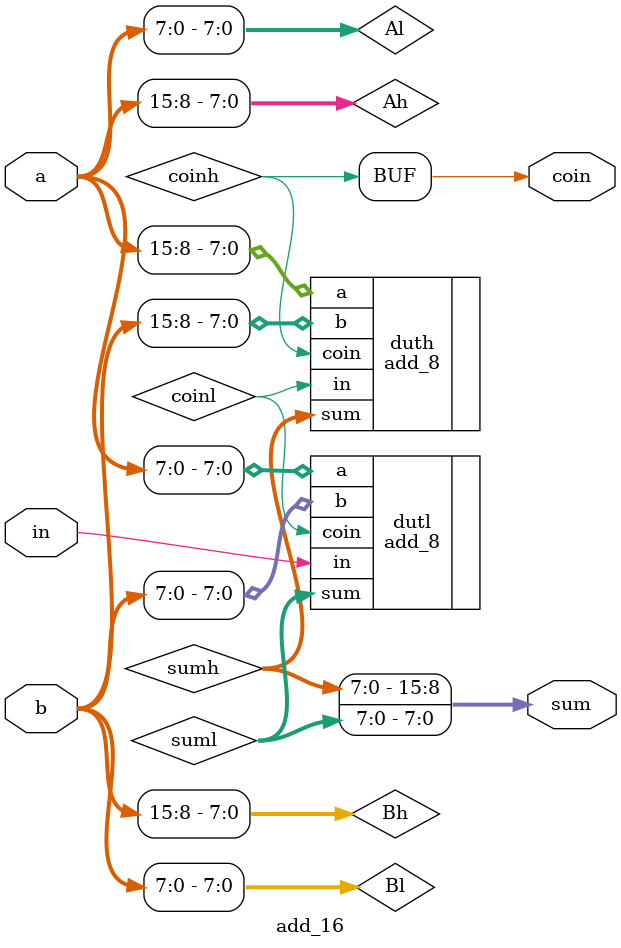
<source format=v>
module add_16(
    input [15:0] a,
    input [15:0] b,
    input		in,
	output reg 		 coin,    
output reg [15:0] sum
);

parameter m=16;

wire [m/2-1:0] Al;
wire [m-1:m/2] Ah;
wire [m/2-1:0] Bl;
wire [m-1:m/2] Bh;

assign Al=a[m/2-1:0];
assign Ah=a[m-1:m/2];
assign Bl=b[m/2-1:0];
assign Bh=b[m-1:m/2];

wire [m/2-1:0] suml;
wire [m/2-1:0] sumh;
wire 		   coinl;
wire 		   coinh;

add_8	dutl(.a(Al), .b(Bl), .sum(suml), .in(in),     .coin(coinl));
add_8	duth(.a(Ah), .b(Bh), .sum(sumh), .in(coinl),  .coin(coinh));

always @(*) begin
	sum ={sumh,suml};
	coin =coinh;
end

endmodule
</source>
